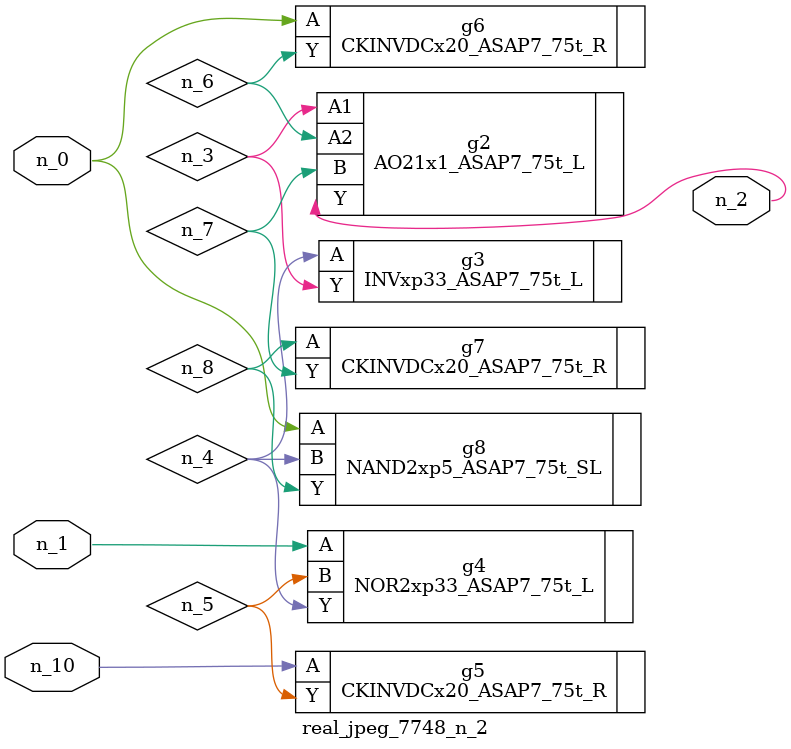
<source format=v>
module real_jpeg_7748_n_2 (n_1, n_10, n_0, n_2);

input n_1;
input n_10;
input n_0;

output n_2;

wire n_5;
wire n_4;
wire n_8;
wire n_6;
wire n_7;
wire n_3;

CKINVDCx20_ASAP7_75t_R g6 ( 
.A(n_0),
.Y(n_6)
);

NAND2xp5_ASAP7_75t_SL g8 ( 
.A(n_0),
.B(n_4),
.Y(n_8)
);

NOR2xp33_ASAP7_75t_L g4 ( 
.A(n_1),
.B(n_5),
.Y(n_4)
);

AO21x1_ASAP7_75t_L g2 ( 
.A1(n_3),
.A2(n_6),
.B(n_7),
.Y(n_2)
);

INVxp33_ASAP7_75t_L g3 ( 
.A(n_4),
.Y(n_3)
);

CKINVDCx20_ASAP7_75t_R g7 ( 
.A(n_8),
.Y(n_7)
);

CKINVDCx20_ASAP7_75t_R g5 ( 
.A(n_10),
.Y(n_5)
);


endmodule
</source>
